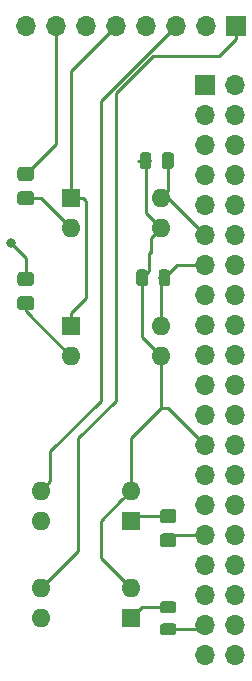
<source format=gbr>
G04 #@! TF.GenerationSoftware,KiCad,Pcbnew,(5.0.2)-1*
G04 #@! TF.CreationDate,2019-01-05T13:40:23-06:00*
G04 #@! TF.ProjectId,controller,636f6e74-726f-46c6-9c65-722e6b696361,rev?*
G04 #@! TF.SameCoordinates,Original*
G04 #@! TF.FileFunction,Copper,L1,Top*
G04 #@! TF.FilePolarity,Positive*
%FSLAX46Y46*%
G04 Gerber Fmt 4.6, Leading zero omitted, Abs format (unit mm)*
G04 Created by KiCad (PCBNEW (5.0.2)-1) date 1/5/2019 1:40:23 PM*
%MOMM*%
%LPD*%
G01*
G04 APERTURE LIST*
G04 #@! TA.AperFunction,Conductor*
%ADD10C,0.100000*%
G04 #@! TD*
G04 #@! TA.AperFunction,SMDPad,CuDef*
%ADD11C,1.150000*%
G04 #@! TD*
G04 #@! TA.AperFunction,SMDPad,CuDef*
%ADD12C,0.975000*%
G04 #@! TD*
G04 #@! TA.AperFunction,ComponentPad*
%ADD13R,1.700000X1.700000*%
G04 #@! TD*
G04 #@! TA.AperFunction,ComponentPad*
%ADD14O,1.700000X1.700000*%
G04 #@! TD*
G04 #@! TA.AperFunction,ComponentPad*
%ADD15O,1.600000X1.600000*%
G04 #@! TD*
G04 #@! TA.AperFunction,ComponentPad*
%ADD16R,1.600000X1.600000*%
G04 #@! TD*
G04 #@! TA.AperFunction,ViaPad*
%ADD17C,0.800000*%
G04 #@! TD*
G04 #@! TA.AperFunction,Conductor*
%ADD18C,0.250000*%
G04 #@! TD*
G04 APERTURE END LIST*
D10*
G04 #@! TO.N,Net-(J1-Pad6)*
G04 #@! TO.C,R1*
G36*
X128109505Y-76116204D02*
X128133773Y-76119804D01*
X128157572Y-76125765D01*
X128180671Y-76134030D01*
X128202850Y-76144520D01*
X128223893Y-76157132D01*
X128243599Y-76171747D01*
X128261777Y-76188223D01*
X128278253Y-76206401D01*
X128292868Y-76226107D01*
X128305480Y-76247150D01*
X128315970Y-76269329D01*
X128324235Y-76292428D01*
X128330196Y-76316227D01*
X128333796Y-76340495D01*
X128335000Y-76364999D01*
X128335000Y-77015001D01*
X128333796Y-77039505D01*
X128330196Y-77063773D01*
X128324235Y-77087572D01*
X128315970Y-77110671D01*
X128305480Y-77132850D01*
X128292868Y-77153893D01*
X128278253Y-77173599D01*
X128261777Y-77191777D01*
X128243599Y-77208253D01*
X128223893Y-77222868D01*
X128202850Y-77235480D01*
X128180671Y-77245970D01*
X128157572Y-77254235D01*
X128133773Y-77260196D01*
X128109505Y-77263796D01*
X128085001Y-77265000D01*
X127184999Y-77265000D01*
X127160495Y-77263796D01*
X127136227Y-77260196D01*
X127112428Y-77254235D01*
X127089329Y-77245970D01*
X127067150Y-77235480D01*
X127046107Y-77222868D01*
X127026401Y-77208253D01*
X127008223Y-77191777D01*
X126991747Y-77173599D01*
X126977132Y-77153893D01*
X126964520Y-77132850D01*
X126954030Y-77110671D01*
X126945765Y-77087572D01*
X126939804Y-77063773D01*
X126936204Y-77039505D01*
X126935000Y-77015001D01*
X126935000Y-76364999D01*
X126936204Y-76340495D01*
X126939804Y-76316227D01*
X126945765Y-76292428D01*
X126954030Y-76269329D01*
X126964520Y-76247150D01*
X126977132Y-76226107D01*
X126991747Y-76206401D01*
X127008223Y-76188223D01*
X127026401Y-76171747D01*
X127046107Y-76157132D01*
X127067150Y-76144520D01*
X127089329Y-76134030D01*
X127112428Y-76125765D01*
X127136227Y-76119804D01*
X127160495Y-76116204D01*
X127184999Y-76115000D01*
X128085001Y-76115000D01*
X128109505Y-76116204D01*
X128109505Y-76116204D01*
G37*
D11*
G04 #@! TD*
G04 #@! TO.P,R1,1*
G04 #@! TO.N,Net-(J1-Pad6)*
X127635000Y-76690000D03*
D10*
G04 #@! TO.N,Net-(BOIL_LED1-Pad2)*
G04 #@! TO.C,R1*
G36*
X128109505Y-78166204D02*
X128133773Y-78169804D01*
X128157572Y-78175765D01*
X128180671Y-78184030D01*
X128202850Y-78194520D01*
X128223893Y-78207132D01*
X128243599Y-78221747D01*
X128261777Y-78238223D01*
X128278253Y-78256401D01*
X128292868Y-78276107D01*
X128305480Y-78297150D01*
X128315970Y-78319329D01*
X128324235Y-78342428D01*
X128330196Y-78366227D01*
X128333796Y-78390495D01*
X128335000Y-78414999D01*
X128335000Y-79065001D01*
X128333796Y-79089505D01*
X128330196Y-79113773D01*
X128324235Y-79137572D01*
X128315970Y-79160671D01*
X128305480Y-79182850D01*
X128292868Y-79203893D01*
X128278253Y-79223599D01*
X128261777Y-79241777D01*
X128243599Y-79258253D01*
X128223893Y-79272868D01*
X128202850Y-79285480D01*
X128180671Y-79295970D01*
X128157572Y-79304235D01*
X128133773Y-79310196D01*
X128109505Y-79313796D01*
X128085001Y-79315000D01*
X127184999Y-79315000D01*
X127160495Y-79313796D01*
X127136227Y-79310196D01*
X127112428Y-79304235D01*
X127089329Y-79295970D01*
X127067150Y-79285480D01*
X127046107Y-79272868D01*
X127026401Y-79258253D01*
X127008223Y-79241777D01*
X126991747Y-79223599D01*
X126977132Y-79203893D01*
X126964520Y-79182850D01*
X126954030Y-79160671D01*
X126945765Y-79137572D01*
X126939804Y-79113773D01*
X126936204Y-79089505D01*
X126935000Y-79065001D01*
X126935000Y-78414999D01*
X126936204Y-78390495D01*
X126939804Y-78366227D01*
X126945765Y-78342428D01*
X126954030Y-78319329D01*
X126964520Y-78297150D01*
X126977132Y-78276107D01*
X126991747Y-78256401D01*
X127008223Y-78238223D01*
X127026401Y-78221747D01*
X127046107Y-78207132D01*
X127067150Y-78194520D01*
X127089329Y-78184030D01*
X127112428Y-78175765D01*
X127136227Y-78169804D01*
X127160495Y-78166204D01*
X127184999Y-78165000D01*
X128085001Y-78165000D01*
X128109505Y-78166204D01*
X128109505Y-78166204D01*
G37*
D11*
G04 #@! TD*
G04 #@! TO.P,R1,2*
G04 #@! TO.N,Net-(BOIL_LED1-Pad2)*
X127635000Y-78740000D03*
D10*
G04 #@! TO.N,Net-(ON_STB_LED1-Pad2)*
G04 #@! TO.C,R3*
G36*
X128109505Y-69276204D02*
X128133773Y-69279804D01*
X128157572Y-69285765D01*
X128180671Y-69294030D01*
X128202850Y-69304520D01*
X128223893Y-69317132D01*
X128243599Y-69331747D01*
X128261777Y-69348223D01*
X128278253Y-69366401D01*
X128292868Y-69386107D01*
X128305480Y-69407150D01*
X128315970Y-69429329D01*
X128324235Y-69452428D01*
X128330196Y-69476227D01*
X128333796Y-69500495D01*
X128335000Y-69524999D01*
X128335000Y-70175001D01*
X128333796Y-70199505D01*
X128330196Y-70223773D01*
X128324235Y-70247572D01*
X128315970Y-70270671D01*
X128305480Y-70292850D01*
X128292868Y-70313893D01*
X128278253Y-70333599D01*
X128261777Y-70351777D01*
X128243599Y-70368253D01*
X128223893Y-70382868D01*
X128202850Y-70395480D01*
X128180671Y-70405970D01*
X128157572Y-70414235D01*
X128133773Y-70420196D01*
X128109505Y-70423796D01*
X128085001Y-70425000D01*
X127184999Y-70425000D01*
X127160495Y-70423796D01*
X127136227Y-70420196D01*
X127112428Y-70414235D01*
X127089329Y-70405970D01*
X127067150Y-70395480D01*
X127046107Y-70382868D01*
X127026401Y-70368253D01*
X127008223Y-70351777D01*
X126991747Y-70333599D01*
X126977132Y-70313893D01*
X126964520Y-70292850D01*
X126954030Y-70270671D01*
X126945765Y-70247572D01*
X126939804Y-70223773D01*
X126936204Y-70199505D01*
X126935000Y-70175001D01*
X126935000Y-69524999D01*
X126936204Y-69500495D01*
X126939804Y-69476227D01*
X126945765Y-69452428D01*
X126954030Y-69429329D01*
X126964520Y-69407150D01*
X126977132Y-69386107D01*
X126991747Y-69366401D01*
X127008223Y-69348223D01*
X127026401Y-69331747D01*
X127046107Y-69317132D01*
X127067150Y-69304520D01*
X127089329Y-69294030D01*
X127112428Y-69285765D01*
X127136227Y-69279804D01*
X127160495Y-69276204D01*
X127184999Y-69275000D01*
X128085001Y-69275000D01*
X128109505Y-69276204D01*
X128109505Y-69276204D01*
G37*
D11*
G04 #@! TD*
G04 #@! TO.P,R3,2*
G04 #@! TO.N,Net-(ON_STB_LED1-Pad2)*
X127635000Y-69850000D03*
D10*
G04 #@! TO.N,Net-(J1-Pad7)*
G04 #@! TO.C,R3*
G36*
X128109505Y-67226204D02*
X128133773Y-67229804D01*
X128157572Y-67235765D01*
X128180671Y-67244030D01*
X128202850Y-67254520D01*
X128223893Y-67267132D01*
X128243599Y-67281747D01*
X128261777Y-67298223D01*
X128278253Y-67316401D01*
X128292868Y-67336107D01*
X128305480Y-67357150D01*
X128315970Y-67379329D01*
X128324235Y-67402428D01*
X128330196Y-67426227D01*
X128333796Y-67450495D01*
X128335000Y-67474999D01*
X128335000Y-68125001D01*
X128333796Y-68149505D01*
X128330196Y-68173773D01*
X128324235Y-68197572D01*
X128315970Y-68220671D01*
X128305480Y-68242850D01*
X128292868Y-68263893D01*
X128278253Y-68283599D01*
X128261777Y-68301777D01*
X128243599Y-68318253D01*
X128223893Y-68332868D01*
X128202850Y-68345480D01*
X128180671Y-68355970D01*
X128157572Y-68364235D01*
X128133773Y-68370196D01*
X128109505Y-68373796D01*
X128085001Y-68375000D01*
X127184999Y-68375000D01*
X127160495Y-68373796D01*
X127136227Y-68370196D01*
X127112428Y-68364235D01*
X127089329Y-68355970D01*
X127067150Y-68345480D01*
X127046107Y-68332868D01*
X127026401Y-68318253D01*
X127008223Y-68301777D01*
X126991747Y-68283599D01*
X126977132Y-68263893D01*
X126964520Y-68242850D01*
X126954030Y-68220671D01*
X126945765Y-68197572D01*
X126939804Y-68173773D01*
X126936204Y-68149505D01*
X126935000Y-68125001D01*
X126935000Y-67474999D01*
X126936204Y-67450495D01*
X126939804Y-67426227D01*
X126945765Y-67402428D01*
X126954030Y-67379329D01*
X126964520Y-67357150D01*
X126977132Y-67336107D01*
X126991747Y-67316401D01*
X127008223Y-67298223D01*
X127026401Y-67281747D01*
X127046107Y-67267132D01*
X127067150Y-67254520D01*
X127089329Y-67244030D01*
X127112428Y-67235765D01*
X127136227Y-67229804D01*
X127160495Y-67226204D01*
X127184999Y-67225000D01*
X128085001Y-67225000D01*
X128109505Y-67226204D01*
X128109505Y-67226204D01*
G37*
D11*
G04 #@! TD*
G04 #@! TO.P,R3,1*
G04 #@! TO.N,Net-(J1-Pad7)*
X127635000Y-67800000D03*
D10*
G04 #@! TO.N,Net-(ON_OFF1-Pad1)*
G04 #@! TO.C,R5*
G36*
X140180142Y-103986174D02*
X140203803Y-103989684D01*
X140227007Y-103995496D01*
X140249529Y-104003554D01*
X140271153Y-104013782D01*
X140291670Y-104026079D01*
X140310883Y-104040329D01*
X140328607Y-104056393D01*
X140344671Y-104074117D01*
X140358921Y-104093330D01*
X140371218Y-104113847D01*
X140381446Y-104135471D01*
X140389504Y-104157993D01*
X140395316Y-104181197D01*
X140398826Y-104204858D01*
X140400000Y-104228750D01*
X140400000Y-104716250D01*
X140398826Y-104740142D01*
X140395316Y-104763803D01*
X140389504Y-104787007D01*
X140381446Y-104809529D01*
X140371218Y-104831153D01*
X140358921Y-104851670D01*
X140344671Y-104870883D01*
X140328607Y-104888607D01*
X140310883Y-104904671D01*
X140291670Y-104918921D01*
X140271153Y-104931218D01*
X140249529Y-104941446D01*
X140227007Y-104949504D01*
X140203803Y-104955316D01*
X140180142Y-104958826D01*
X140156250Y-104960000D01*
X139243750Y-104960000D01*
X139219858Y-104958826D01*
X139196197Y-104955316D01*
X139172993Y-104949504D01*
X139150471Y-104941446D01*
X139128847Y-104931218D01*
X139108330Y-104918921D01*
X139089117Y-104904671D01*
X139071393Y-104888607D01*
X139055329Y-104870883D01*
X139041079Y-104851670D01*
X139028782Y-104831153D01*
X139018554Y-104809529D01*
X139010496Y-104787007D01*
X139004684Y-104763803D01*
X139001174Y-104740142D01*
X139000000Y-104716250D01*
X139000000Y-104228750D01*
X139001174Y-104204858D01*
X139004684Y-104181197D01*
X139010496Y-104157993D01*
X139018554Y-104135471D01*
X139028782Y-104113847D01*
X139041079Y-104093330D01*
X139055329Y-104074117D01*
X139071393Y-104056393D01*
X139089117Y-104040329D01*
X139108330Y-104026079D01*
X139128847Y-104013782D01*
X139150471Y-104003554D01*
X139172993Y-103995496D01*
X139196197Y-103989684D01*
X139219858Y-103986174D01*
X139243750Y-103985000D01*
X140156250Y-103985000D01*
X140180142Y-103986174D01*
X140180142Y-103986174D01*
G37*
D12*
G04 #@! TD*
G04 #@! TO.P,R5,1*
G04 #@! TO.N,Net-(ON_OFF1-Pad1)*
X139700000Y-104472500D03*
D10*
G04 #@! TO.N,Net-(J2-Pad37)*
G04 #@! TO.C,R5*
G36*
X140180142Y-105861174D02*
X140203803Y-105864684D01*
X140227007Y-105870496D01*
X140249529Y-105878554D01*
X140271153Y-105888782D01*
X140291670Y-105901079D01*
X140310883Y-105915329D01*
X140328607Y-105931393D01*
X140344671Y-105949117D01*
X140358921Y-105968330D01*
X140371218Y-105988847D01*
X140381446Y-106010471D01*
X140389504Y-106032993D01*
X140395316Y-106056197D01*
X140398826Y-106079858D01*
X140400000Y-106103750D01*
X140400000Y-106591250D01*
X140398826Y-106615142D01*
X140395316Y-106638803D01*
X140389504Y-106662007D01*
X140381446Y-106684529D01*
X140371218Y-106706153D01*
X140358921Y-106726670D01*
X140344671Y-106745883D01*
X140328607Y-106763607D01*
X140310883Y-106779671D01*
X140291670Y-106793921D01*
X140271153Y-106806218D01*
X140249529Y-106816446D01*
X140227007Y-106824504D01*
X140203803Y-106830316D01*
X140180142Y-106833826D01*
X140156250Y-106835000D01*
X139243750Y-106835000D01*
X139219858Y-106833826D01*
X139196197Y-106830316D01*
X139172993Y-106824504D01*
X139150471Y-106816446D01*
X139128847Y-106806218D01*
X139108330Y-106793921D01*
X139089117Y-106779671D01*
X139071393Y-106763607D01*
X139055329Y-106745883D01*
X139041079Y-106726670D01*
X139028782Y-106706153D01*
X139018554Y-106684529D01*
X139010496Y-106662007D01*
X139004684Y-106638803D01*
X139001174Y-106615142D01*
X139000000Y-106591250D01*
X139000000Y-106103750D01*
X139001174Y-106079858D01*
X139004684Y-106056197D01*
X139010496Y-106032993D01*
X139018554Y-106010471D01*
X139028782Y-105988847D01*
X139041079Y-105968330D01*
X139055329Y-105949117D01*
X139071393Y-105931393D01*
X139089117Y-105915329D01*
X139108330Y-105901079D01*
X139128847Y-105888782D01*
X139150471Y-105878554D01*
X139172993Y-105870496D01*
X139196197Y-105864684D01*
X139219858Y-105861174D01*
X139243750Y-105860000D01*
X140156250Y-105860000D01*
X140180142Y-105861174D01*
X140180142Y-105861174D01*
G37*
D12*
G04 #@! TD*
G04 #@! TO.P,R5,2*
G04 #@! TO.N,Net-(J2-Pad37)*
X139700000Y-106347500D03*
D10*
G04 #@! TO.N,Net-(J2-Pad31)*
G04 #@! TO.C,R6*
G36*
X140174505Y-98241204D02*
X140198773Y-98244804D01*
X140222572Y-98250765D01*
X140245671Y-98259030D01*
X140267850Y-98269520D01*
X140288893Y-98282132D01*
X140308599Y-98296747D01*
X140326777Y-98313223D01*
X140343253Y-98331401D01*
X140357868Y-98351107D01*
X140370480Y-98372150D01*
X140380970Y-98394329D01*
X140389235Y-98417428D01*
X140395196Y-98441227D01*
X140398796Y-98465495D01*
X140400000Y-98489999D01*
X140400000Y-99140001D01*
X140398796Y-99164505D01*
X140395196Y-99188773D01*
X140389235Y-99212572D01*
X140380970Y-99235671D01*
X140370480Y-99257850D01*
X140357868Y-99278893D01*
X140343253Y-99298599D01*
X140326777Y-99316777D01*
X140308599Y-99333253D01*
X140288893Y-99347868D01*
X140267850Y-99360480D01*
X140245671Y-99370970D01*
X140222572Y-99379235D01*
X140198773Y-99385196D01*
X140174505Y-99388796D01*
X140150001Y-99390000D01*
X139249999Y-99390000D01*
X139225495Y-99388796D01*
X139201227Y-99385196D01*
X139177428Y-99379235D01*
X139154329Y-99370970D01*
X139132150Y-99360480D01*
X139111107Y-99347868D01*
X139091401Y-99333253D01*
X139073223Y-99316777D01*
X139056747Y-99298599D01*
X139042132Y-99278893D01*
X139029520Y-99257850D01*
X139019030Y-99235671D01*
X139010765Y-99212572D01*
X139004804Y-99188773D01*
X139001204Y-99164505D01*
X139000000Y-99140001D01*
X139000000Y-98489999D01*
X139001204Y-98465495D01*
X139004804Y-98441227D01*
X139010765Y-98417428D01*
X139019030Y-98394329D01*
X139029520Y-98372150D01*
X139042132Y-98351107D01*
X139056747Y-98331401D01*
X139073223Y-98313223D01*
X139091401Y-98296747D01*
X139111107Y-98282132D01*
X139132150Y-98269520D01*
X139154329Y-98259030D01*
X139177428Y-98250765D01*
X139201227Y-98244804D01*
X139225495Y-98241204D01*
X139249999Y-98240000D01*
X140150001Y-98240000D01*
X140174505Y-98241204D01*
X140174505Y-98241204D01*
G37*
D11*
G04 #@! TD*
G04 #@! TO.P,R6,1*
G04 #@! TO.N,Net-(J2-Pad31)*
X139700000Y-98815000D03*
D10*
G04 #@! TO.N,Net-(BOIL1-Pad1)*
G04 #@! TO.C,R6*
G36*
X140174505Y-96191204D02*
X140198773Y-96194804D01*
X140222572Y-96200765D01*
X140245671Y-96209030D01*
X140267850Y-96219520D01*
X140288893Y-96232132D01*
X140308599Y-96246747D01*
X140326777Y-96263223D01*
X140343253Y-96281401D01*
X140357868Y-96301107D01*
X140370480Y-96322150D01*
X140380970Y-96344329D01*
X140389235Y-96367428D01*
X140395196Y-96391227D01*
X140398796Y-96415495D01*
X140400000Y-96439999D01*
X140400000Y-97090001D01*
X140398796Y-97114505D01*
X140395196Y-97138773D01*
X140389235Y-97162572D01*
X140380970Y-97185671D01*
X140370480Y-97207850D01*
X140357868Y-97228893D01*
X140343253Y-97248599D01*
X140326777Y-97266777D01*
X140308599Y-97283253D01*
X140288893Y-97297868D01*
X140267850Y-97310480D01*
X140245671Y-97320970D01*
X140222572Y-97329235D01*
X140198773Y-97335196D01*
X140174505Y-97338796D01*
X140150001Y-97340000D01*
X139249999Y-97340000D01*
X139225495Y-97338796D01*
X139201227Y-97335196D01*
X139177428Y-97329235D01*
X139154329Y-97320970D01*
X139132150Y-97310480D01*
X139111107Y-97297868D01*
X139091401Y-97283253D01*
X139073223Y-97266777D01*
X139056747Y-97248599D01*
X139042132Y-97228893D01*
X139029520Y-97207850D01*
X139019030Y-97185671D01*
X139010765Y-97162572D01*
X139004804Y-97138773D01*
X139001204Y-97114505D01*
X139000000Y-97090001D01*
X139000000Y-96439999D01*
X139001204Y-96415495D01*
X139004804Y-96391227D01*
X139010765Y-96367428D01*
X139019030Y-96344329D01*
X139029520Y-96322150D01*
X139042132Y-96301107D01*
X139056747Y-96281401D01*
X139073223Y-96263223D01*
X139091401Y-96246747D01*
X139111107Y-96232132D01*
X139132150Y-96219520D01*
X139154329Y-96209030D01*
X139177428Y-96200765D01*
X139201227Y-96194804D01*
X139225495Y-96191204D01*
X139249999Y-96190000D01*
X140150001Y-96190000D01*
X140174505Y-96191204D01*
X140174505Y-96191204D01*
G37*
D11*
G04 #@! TD*
G04 #@! TO.P,R6,2*
G04 #@! TO.N,Net-(BOIL1-Pad1)*
X139700000Y-96765000D03*
D13*
G04 #@! TO.P,J2,1*
G04 #@! TO.N,Net-(J2-Pad1)*
X142795001Y-60245001D03*
D14*
G04 #@! TO.P,J2,2*
G04 #@! TO.N,Net-(J2-Pad2)*
X145335001Y-60245001D03*
G04 #@! TO.P,J2,3*
G04 #@! TO.N,Net-(J2-Pad3)*
X142795001Y-62785001D03*
G04 #@! TO.P,J2,4*
G04 #@! TO.N,Net-(J2-Pad4)*
X145335001Y-62785001D03*
G04 #@! TO.P,J2,5*
G04 #@! TO.N,Net-(J2-Pad5)*
X142795001Y-65325001D03*
G04 #@! TO.P,J2,6*
G04 #@! TO.N,Net-(J2-Pad6)*
X145335001Y-65325001D03*
G04 #@! TO.P,J2,7*
G04 #@! TO.N,Net-(J2-Pad7)*
X142795001Y-67865001D03*
G04 #@! TO.P,J2,8*
G04 #@! TO.N,Net-(J2-Pad8)*
X145335001Y-67865001D03*
G04 #@! TO.P,J2,9*
G04 #@! TO.N,GND*
X142795001Y-70405001D03*
G04 #@! TO.P,J2,10*
G04 #@! TO.N,Net-(J2-Pad10)*
X145335001Y-70405001D03*
G04 #@! TO.P,J2,11*
G04 #@! TO.N,Net-(C1-Pad1)*
X142795001Y-72945001D03*
G04 #@! TO.P,J2,12*
G04 #@! TO.N,Net-(J2-Pad12)*
X145335001Y-72945001D03*
G04 #@! TO.P,J2,13*
G04 #@! TO.N,Net-(BOIL_LED1-Pad4)*
X142795001Y-75485001D03*
G04 #@! TO.P,J2,14*
G04 #@! TO.N,Net-(J2-Pad14)*
X145335001Y-75485001D03*
G04 #@! TO.P,J2,15*
G04 #@! TO.N,Net-(J2-Pad15)*
X142795001Y-78025001D03*
G04 #@! TO.P,J2,16*
G04 #@! TO.N,Net-(J2-Pad16)*
X145335001Y-78025001D03*
G04 #@! TO.P,J2,17*
G04 #@! TO.N,Net-(J2-Pad17)*
X142795001Y-80565001D03*
G04 #@! TO.P,J2,18*
G04 #@! TO.N,Net-(J2-Pad18)*
X145335001Y-80565001D03*
G04 #@! TO.P,J2,19*
G04 #@! TO.N,Net-(J2-Pad19)*
X142795001Y-83105001D03*
G04 #@! TO.P,J2,20*
G04 #@! TO.N,Net-(J2-Pad20)*
X145335001Y-83105001D03*
G04 #@! TO.P,J2,21*
G04 #@! TO.N,Net-(J2-Pad21)*
X142795001Y-85645001D03*
G04 #@! TO.P,J2,22*
G04 #@! TO.N,Net-(J2-Pad22)*
X145335001Y-85645001D03*
G04 #@! TO.P,J2,23*
G04 #@! TO.N,Net-(J2-Pad23)*
X142795001Y-88185001D03*
G04 #@! TO.P,J2,24*
G04 #@! TO.N,Net-(J2-Pad24)*
X145335001Y-88185001D03*
G04 #@! TO.P,J2,25*
G04 #@! TO.N,GND*
X142795001Y-90725001D03*
G04 #@! TO.P,J2,26*
G04 #@! TO.N,Net-(J2-Pad26)*
X145335001Y-90725001D03*
G04 #@! TO.P,J2,27*
G04 #@! TO.N,Net-(J2-Pad27)*
X142795001Y-93265001D03*
G04 #@! TO.P,J2,28*
G04 #@! TO.N,Net-(J2-Pad28)*
X145335001Y-93265001D03*
G04 #@! TO.P,J2,29*
G04 #@! TO.N,Net-(J2-Pad29)*
X142795001Y-95805001D03*
G04 #@! TO.P,J2,30*
G04 #@! TO.N,Net-(J2-Pad30)*
X145335001Y-95805001D03*
G04 #@! TO.P,J2,31*
G04 #@! TO.N,Net-(J2-Pad31)*
X142795001Y-98345001D03*
G04 #@! TO.P,J2,32*
G04 #@! TO.N,Net-(J2-Pad32)*
X145335001Y-98345001D03*
G04 #@! TO.P,J2,33*
G04 #@! TO.N,Net-(J2-Pad33)*
X142795001Y-100885001D03*
G04 #@! TO.P,J2,34*
G04 #@! TO.N,Net-(J2-Pad34)*
X145335001Y-100885001D03*
G04 #@! TO.P,J2,35*
G04 #@! TO.N,Net-(J2-Pad35)*
X142795001Y-103425001D03*
G04 #@! TO.P,J2,36*
G04 #@! TO.N,Net-(J2-Pad36)*
X145335001Y-103425001D03*
G04 #@! TO.P,J2,37*
G04 #@! TO.N,Net-(J2-Pad37)*
X142795001Y-105965001D03*
G04 #@! TO.P,J2,38*
G04 #@! TO.N,Net-(J2-Pad38)*
X145335001Y-105965001D03*
G04 #@! TO.P,J2,39*
G04 #@! TO.N,Net-(J2-Pad39)*
X142795001Y-108505001D03*
G04 #@! TO.P,J2,40*
G04 #@! TO.N,Net-(J2-Pad40)*
X145335001Y-108505001D03*
G04 #@! TD*
D13*
G04 #@! TO.P,J1,1*
G04 #@! TO.N,Net-(J1-Pad1)*
X145415000Y-55245000D03*
D14*
G04 #@! TO.P,J1,2*
G04 #@! TO.N,Net-(J1-Pad2)*
X142875000Y-55245000D03*
G04 #@! TO.P,J1,3*
G04 #@! TO.N,Net-(BOIL1-Pad3)*
X140335000Y-55245000D03*
G04 #@! TO.P,J1,4*
G04 #@! TO.N,Net-(BOIL1-Pad4)*
X137795000Y-55245000D03*
G04 #@! TO.P,J1,5*
G04 #@! TO.N,Net-(BOIL_LED1-Pad1)*
X135255000Y-55245000D03*
G04 #@! TO.P,J1,6*
G04 #@! TO.N,Net-(J1-Pad6)*
X132715000Y-55245000D03*
G04 #@! TO.P,J1,7*
G04 #@! TO.N,Net-(J1-Pad7)*
X130175000Y-55245000D03*
G04 #@! TO.P,J1,8*
G04 #@! TO.N,Net-(J1-Pad8)*
X127635000Y-55245000D03*
G04 #@! TD*
D15*
G04 #@! TO.P,BOIL1,4*
G04 #@! TO.N,Net-(BOIL1-Pad4)*
X128905000Y-97155000D03*
G04 #@! TO.P,BOIL1,2*
G04 #@! TO.N,GND*
X136525000Y-94615000D03*
G04 #@! TO.P,BOIL1,3*
G04 #@! TO.N,Net-(BOIL1-Pad3)*
X128905000Y-94615000D03*
D16*
G04 #@! TO.P,BOIL1,1*
G04 #@! TO.N,Net-(BOIL1-Pad1)*
X136525000Y-97155000D03*
G04 #@! TD*
G04 #@! TO.P,BOIL_LED1,1*
G04 #@! TO.N,Net-(BOIL_LED1-Pad1)*
X131445000Y-80645000D03*
D15*
G04 #@! TO.P,BOIL_LED1,3*
G04 #@! TO.N,GND*
X139065000Y-83185000D03*
G04 #@! TO.P,BOIL_LED1,2*
G04 #@! TO.N,Net-(BOIL_LED1-Pad2)*
X131445000Y-83185000D03*
G04 #@! TO.P,BOIL_LED1,4*
G04 #@! TO.N,Net-(BOIL_LED1-Pad4)*
X139065000Y-80645000D03*
G04 #@! TD*
D16*
G04 #@! TO.P,ON_OFF1,1*
G04 #@! TO.N,Net-(ON_OFF1-Pad1)*
X136525000Y-105410000D03*
D15*
G04 #@! TO.P,ON_OFF1,3*
G04 #@! TO.N,Net-(J1-Pad1)*
X128905000Y-102870000D03*
G04 #@! TO.P,ON_OFF1,2*
G04 #@! TO.N,GND*
X136525000Y-102870000D03*
G04 #@! TO.P,ON_OFF1,4*
G04 #@! TO.N,Net-(J1-Pad2)*
X128905000Y-105410000D03*
G04 #@! TD*
G04 #@! TO.P,ON_STB_LED1,4*
G04 #@! TO.N,Net-(C1-Pad1)*
X139065000Y-69850000D03*
G04 #@! TO.P,ON_STB_LED1,2*
G04 #@! TO.N,Net-(ON_STB_LED1-Pad2)*
X131445000Y-72390000D03*
G04 #@! TO.P,ON_STB_LED1,3*
G04 #@! TO.N,GND*
X139065000Y-72390000D03*
D16*
G04 #@! TO.P,ON_STB_LED1,1*
G04 #@! TO.N,Net-(BOIL_LED1-Pad1)*
X131445000Y-69850000D03*
G04 #@! TD*
D10*
G04 #@! TO.N,Net-(C1-Pad1)*
G04 #@! TO.C,C1*
G36*
X139937642Y-65976174D02*
X139961303Y-65979684D01*
X139984507Y-65985496D01*
X140007029Y-65993554D01*
X140028653Y-66003782D01*
X140049170Y-66016079D01*
X140068383Y-66030329D01*
X140086107Y-66046393D01*
X140102171Y-66064117D01*
X140116421Y-66083330D01*
X140128718Y-66103847D01*
X140138946Y-66125471D01*
X140147004Y-66147993D01*
X140152816Y-66171197D01*
X140156326Y-66194858D01*
X140157500Y-66218750D01*
X140157500Y-67131250D01*
X140156326Y-67155142D01*
X140152816Y-67178803D01*
X140147004Y-67202007D01*
X140138946Y-67224529D01*
X140128718Y-67246153D01*
X140116421Y-67266670D01*
X140102171Y-67285883D01*
X140086107Y-67303607D01*
X140068383Y-67319671D01*
X140049170Y-67333921D01*
X140028653Y-67346218D01*
X140007029Y-67356446D01*
X139984507Y-67364504D01*
X139961303Y-67370316D01*
X139937642Y-67373826D01*
X139913750Y-67375000D01*
X139426250Y-67375000D01*
X139402358Y-67373826D01*
X139378697Y-67370316D01*
X139355493Y-67364504D01*
X139332971Y-67356446D01*
X139311347Y-67346218D01*
X139290830Y-67333921D01*
X139271617Y-67319671D01*
X139253893Y-67303607D01*
X139237829Y-67285883D01*
X139223579Y-67266670D01*
X139211282Y-67246153D01*
X139201054Y-67224529D01*
X139192996Y-67202007D01*
X139187184Y-67178803D01*
X139183674Y-67155142D01*
X139182500Y-67131250D01*
X139182500Y-66218750D01*
X139183674Y-66194858D01*
X139187184Y-66171197D01*
X139192996Y-66147993D01*
X139201054Y-66125471D01*
X139211282Y-66103847D01*
X139223579Y-66083330D01*
X139237829Y-66064117D01*
X139253893Y-66046393D01*
X139271617Y-66030329D01*
X139290830Y-66016079D01*
X139311347Y-66003782D01*
X139332971Y-65993554D01*
X139355493Y-65985496D01*
X139378697Y-65979684D01*
X139402358Y-65976174D01*
X139426250Y-65975000D01*
X139913750Y-65975000D01*
X139937642Y-65976174D01*
X139937642Y-65976174D01*
G37*
D12*
G04 #@! TD*
G04 #@! TO.P,C1,1*
G04 #@! TO.N,Net-(C1-Pad1)*
X139670000Y-66675000D03*
D10*
G04 #@! TO.N,GND*
G04 #@! TO.C,C1*
G36*
X138062642Y-65976174D02*
X138086303Y-65979684D01*
X138109507Y-65985496D01*
X138132029Y-65993554D01*
X138153653Y-66003782D01*
X138174170Y-66016079D01*
X138193383Y-66030329D01*
X138211107Y-66046393D01*
X138227171Y-66064117D01*
X138241421Y-66083330D01*
X138253718Y-66103847D01*
X138263946Y-66125471D01*
X138272004Y-66147993D01*
X138277816Y-66171197D01*
X138281326Y-66194858D01*
X138282500Y-66218750D01*
X138282500Y-67131250D01*
X138281326Y-67155142D01*
X138277816Y-67178803D01*
X138272004Y-67202007D01*
X138263946Y-67224529D01*
X138253718Y-67246153D01*
X138241421Y-67266670D01*
X138227171Y-67285883D01*
X138211107Y-67303607D01*
X138193383Y-67319671D01*
X138174170Y-67333921D01*
X138153653Y-67346218D01*
X138132029Y-67356446D01*
X138109507Y-67364504D01*
X138086303Y-67370316D01*
X138062642Y-67373826D01*
X138038750Y-67375000D01*
X137551250Y-67375000D01*
X137527358Y-67373826D01*
X137503697Y-67370316D01*
X137480493Y-67364504D01*
X137457971Y-67356446D01*
X137436347Y-67346218D01*
X137415830Y-67333921D01*
X137396617Y-67319671D01*
X137378893Y-67303607D01*
X137362829Y-67285883D01*
X137348579Y-67266670D01*
X137336282Y-67246153D01*
X137326054Y-67224529D01*
X137317996Y-67202007D01*
X137312184Y-67178803D01*
X137308674Y-67155142D01*
X137307500Y-67131250D01*
X137307500Y-66218750D01*
X137308674Y-66194858D01*
X137312184Y-66171197D01*
X137317996Y-66147993D01*
X137326054Y-66125471D01*
X137336282Y-66103847D01*
X137348579Y-66083330D01*
X137362829Y-66064117D01*
X137378893Y-66046393D01*
X137396617Y-66030329D01*
X137415830Y-66016079D01*
X137436347Y-66003782D01*
X137457971Y-65993554D01*
X137480493Y-65985496D01*
X137503697Y-65979684D01*
X137527358Y-65976174D01*
X137551250Y-65975000D01*
X138038750Y-65975000D01*
X138062642Y-65976174D01*
X138062642Y-65976174D01*
G37*
D12*
G04 #@! TD*
G04 #@! TO.P,C1,2*
G04 #@! TO.N,GND*
X137795000Y-66675000D03*
D10*
G04 #@! TO.N,GND*
G04 #@! TO.C,C2*
G36*
X137760142Y-75886175D02*
X137783803Y-75889685D01*
X137807007Y-75895497D01*
X137829529Y-75903555D01*
X137851153Y-75913783D01*
X137871670Y-75926080D01*
X137890883Y-75940330D01*
X137908607Y-75956394D01*
X137924671Y-75974118D01*
X137938921Y-75993331D01*
X137951218Y-76013848D01*
X137961446Y-76035472D01*
X137969504Y-76057994D01*
X137975316Y-76081198D01*
X137978826Y-76104859D01*
X137980000Y-76128751D01*
X137980000Y-77041251D01*
X137978826Y-77065143D01*
X137975316Y-77088804D01*
X137969504Y-77112008D01*
X137961446Y-77134530D01*
X137951218Y-77156154D01*
X137938921Y-77176671D01*
X137924671Y-77195884D01*
X137908607Y-77213608D01*
X137890883Y-77229672D01*
X137871670Y-77243922D01*
X137851153Y-77256219D01*
X137829529Y-77266447D01*
X137807007Y-77274505D01*
X137783803Y-77280317D01*
X137760142Y-77283827D01*
X137736250Y-77285001D01*
X137248750Y-77285001D01*
X137224858Y-77283827D01*
X137201197Y-77280317D01*
X137177993Y-77274505D01*
X137155471Y-77266447D01*
X137133847Y-77256219D01*
X137113330Y-77243922D01*
X137094117Y-77229672D01*
X137076393Y-77213608D01*
X137060329Y-77195884D01*
X137046079Y-77176671D01*
X137033782Y-77156154D01*
X137023554Y-77134530D01*
X137015496Y-77112008D01*
X137009684Y-77088804D01*
X137006174Y-77065143D01*
X137005000Y-77041251D01*
X137005000Y-76128751D01*
X137006174Y-76104859D01*
X137009684Y-76081198D01*
X137015496Y-76057994D01*
X137023554Y-76035472D01*
X137033782Y-76013848D01*
X137046079Y-75993331D01*
X137060329Y-75974118D01*
X137076393Y-75956394D01*
X137094117Y-75940330D01*
X137113330Y-75926080D01*
X137133847Y-75913783D01*
X137155471Y-75903555D01*
X137177993Y-75895497D01*
X137201197Y-75889685D01*
X137224858Y-75886175D01*
X137248750Y-75885001D01*
X137736250Y-75885001D01*
X137760142Y-75886175D01*
X137760142Y-75886175D01*
G37*
D12*
G04 #@! TD*
G04 #@! TO.P,C2,2*
G04 #@! TO.N,GND*
X137492500Y-76585001D03*
D10*
G04 #@! TO.N,Net-(BOIL_LED1-Pad4)*
G04 #@! TO.C,C2*
G36*
X139635142Y-75886175D02*
X139658803Y-75889685D01*
X139682007Y-75895497D01*
X139704529Y-75903555D01*
X139726153Y-75913783D01*
X139746670Y-75926080D01*
X139765883Y-75940330D01*
X139783607Y-75956394D01*
X139799671Y-75974118D01*
X139813921Y-75993331D01*
X139826218Y-76013848D01*
X139836446Y-76035472D01*
X139844504Y-76057994D01*
X139850316Y-76081198D01*
X139853826Y-76104859D01*
X139855000Y-76128751D01*
X139855000Y-77041251D01*
X139853826Y-77065143D01*
X139850316Y-77088804D01*
X139844504Y-77112008D01*
X139836446Y-77134530D01*
X139826218Y-77156154D01*
X139813921Y-77176671D01*
X139799671Y-77195884D01*
X139783607Y-77213608D01*
X139765883Y-77229672D01*
X139746670Y-77243922D01*
X139726153Y-77256219D01*
X139704529Y-77266447D01*
X139682007Y-77274505D01*
X139658803Y-77280317D01*
X139635142Y-77283827D01*
X139611250Y-77285001D01*
X139123750Y-77285001D01*
X139099858Y-77283827D01*
X139076197Y-77280317D01*
X139052993Y-77274505D01*
X139030471Y-77266447D01*
X139008847Y-77256219D01*
X138988330Y-77243922D01*
X138969117Y-77229672D01*
X138951393Y-77213608D01*
X138935329Y-77195884D01*
X138921079Y-77176671D01*
X138908782Y-77156154D01*
X138898554Y-77134530D01*
X138890496Y-77112008D01*
X138884684Y-77088804D01*
X138881174Y-77065143D01*
X138880000Y-77041251D01*
X138880000Y-76128751D01*
X138881174Y-76104859D01*
X138884684Y-76081198D01*
X138890496Y-76057994D01*
X138898554Y-76035472D01*
X138908782Y-76013848D01*
X138921079Y-75993331D01*
X138935329Y-75974118D01*
X138951393Y-75956394D01*
X138969117Y-75940330D01*
X138988330Y-75926080D01*
X139008847Y-75913783D01*
X139030471Y-75903555D01*
X139052993Y-75895497D01*
X139076197Y-75889685D01*
X139099858Y-75886175D01*
X139123750Y-75885001D01*
X139611250Y-75885001D01*
X139635142Y-75886175D01*
X139635142Y-75886175D01*
G37*
D12*
G04 #@! TD*
G04 #@! TO.P,C2,1*
G04 #@! TO.N,Net-(BOIL_LED1-Pad4)*
X139367500Y-76585001D03*
D17*
G04 #@! TO.N,Net-(J1-Pad6)*
X132715000Y-55245000D03*
X126365000Y-73660000D03*
G04 #@! TD*
D18*
G04 #@! TO.N,Net-(J1-Pad6)*
X127635000Y-76690000D02*
X127635000Y-74930000D01*
X127635000Y-74930000D02*
X126365000Y-73660000D01*
G04 #@! TO.N,Net-(J1-Pad7)*
X130175000Y-65260000D02*
X130175000Y-55245000D01*
X127635000Y-67800000D02*
X130175000Y-65260000D01*
G04 #@! TO.N,GND*
X135725001Y-95414999D02*
X136525000Y-94615000D01*
X133985000Y-97155000D02*
X135725001Y-95414999D01*
X133985000Y-100330000D02*
X133985000Y-97155000D01*
X136525000Y-102870000D02*
X133985000Y-100330000D01*
X136525000Y-90170000D02*
X139065000Y-87630000D01*
X136525000Y-94615000D02*
X136525000Y-90170000D01*
X139700000Y-87630000D02*
X139065000Y-87630000D01*
X142795001Y-90725001D02*
X139700000Y-87630000D01*
X138265001Y-73189999D02*
X139065000Y-72390000D01*
X139065000Y-87630000D02*
X139065000Y-83185000D01*
X138048737Y-74511264D02*
X138265001Y-74295000D01*
X138048737Y-76028764D02*
X138048737Y-74511264D01*
X137492500Y-76585001D02*
X138048737Y-76028764D01*
X138265001Y-73189999D02*
X138265001Y-74295000D01*
X138265001Y-74295000D02*
X138265001Y-74459999D01*
X137492500Y-81612500D02*
X137492500Y-76585001D01*
X139065000Y-83185000D02*
X137492500Y-81612500D01*
X137795000Y-66675000D02*
X137160000Y-66675000D01*
X137795000Y-71120000D02*
X137795000Y-66675000D01*
X139065000Y-72390000D02*
X137795000Y-71120000D01*
G04 #@! TO.N,Net-(J2-Pad31)*
X140169999Y-98345001D02*
X139700000Y-98815000D01*
X142795001Y-98345001D02*
X140169999Y-98345001D01*
G04 #@! TO.N,Net-(J2-Pad37)*
X142412502Y-106347500D02*
X142795001Y-105965001D01*
X139700000Y-106347500D02*
X142412502Y-106347500D01*
G04 #@! TO.N,Net-(BOIL1-Pad3)*
X129704999Y-93815001D02*
X129704999Y-91275001D01*
X128905000Y-94615000D02*
X129704999Y-93815001D01*
X129704999Y-91275001D02*
X133985000Y-86995000D01*
X139485001Y-56094999D02*
X140335000Y-55245000D01*
X139483591Y-56094999D02*
X139485001Y-56094999D01*
X133985000Y-61593590D02*
X139483591Y-56094999D01*
X133985000Y-86995000D02*
X133985000Y-61593590D01*
G04 #@! TO.N,Net-(BOIL1-Pad1)*
X136915000Y-96765000D02*
X136525000Y-97155000D01*
X139700000Y-96765000D02*
X136915000Y-96765000D01*
G04 #@! TO.N,Net-(BOIL_LED1-Pad2)*
X131405000Y-83185000D02*
X131445000Y-83185000D01*
X127635000Y-79415000D02*
X131405000Y-83185000D01*
X127635000Y-78740000D02*
X127635000Y-79415000D01*
G04 #@! TO.N,Net-(BOIL_LED1-Pad4)*
X139065000Y-76887501D02*
X139367500Y-76585001D01*
X139065000Y-80645000D02*
X139065000Y-76887501D01*
X140467500Y-75485001D02*
X142795001Y-75485001D01*
X139367500Y-76585001D02*
X140467500Y-75485001D01*
G04 #@! TO.N,Net-(ON_OFF1-Pad1)*
X137462500Y-104472500D02*
X136525000Y-105410000D01*
X139700000Y-104472500D02*
X137462500Y-104472500D01*
G04 #@! TO.N,Net-(ON_STB_LED1-Pad2)*
X128905000Y-69850000D02*
X131445000Y-72390000D01*
X127635000Y-69850000D02*
X128905000Y-69850000D01*
G04 #@! TO.N,Net-(C1-Pad1)*
X139700000Y-69850000D02*
X139065000Y-69850000D01*
X142795001Y-72945001D02*
X139700000Y-69850000D01*
X139670000Y-69245000D02*
X139065000Y-69850000D01*
X139670000Y-66675000D02*
X139670000Y-69245000D01*
G04 #@! TO.N,Net-(J1-Pad1)*
X135255000Y-60960000D02*
X138430000Y-57785000D01*
X135255000Y-86995000D02*
X135255000Y-60960000D01*
X145415000Y-56345000D02*
X145415000Y-55245000D01*
X143975000Y-57785000D02*
X145415000Y-56345000D01*
X138430000Y-57785000D02*
X143975000Y-57785000D01*
X128905000Y-102870000D02*
X132080000Y-99695000D01*
X132080000Y-99695000D02*
X132080000Y-90170000D01*
X132080000Y-90170000D02*
X135255000Y-86995000D01*
G04 #@! TO.N,Net-(BOIL_LED1-Pad1)*
X131445000Y-59055000D02*
X135255000Y-55245000D01*
X131445000Y-79595000D02*
X132715000Y-78325000D01*
X131445000Y-80645000D02*
X131445000Y-79595000D01*
X132495000Y-69850000D02*
X131445000Y-69850000D01*
X132715000Y-70070000D02*
X132495000Y-69850000D01*
X132715000Y-78325000D02*
X132715000Y-70070000D01*
X131445000Y-69850000D02*
X131445000Y-59690000D01*
X131445000Y-59690000D02*
X131445000Y-59055000D01*
G04 #@! TD*
M02*

</source>
